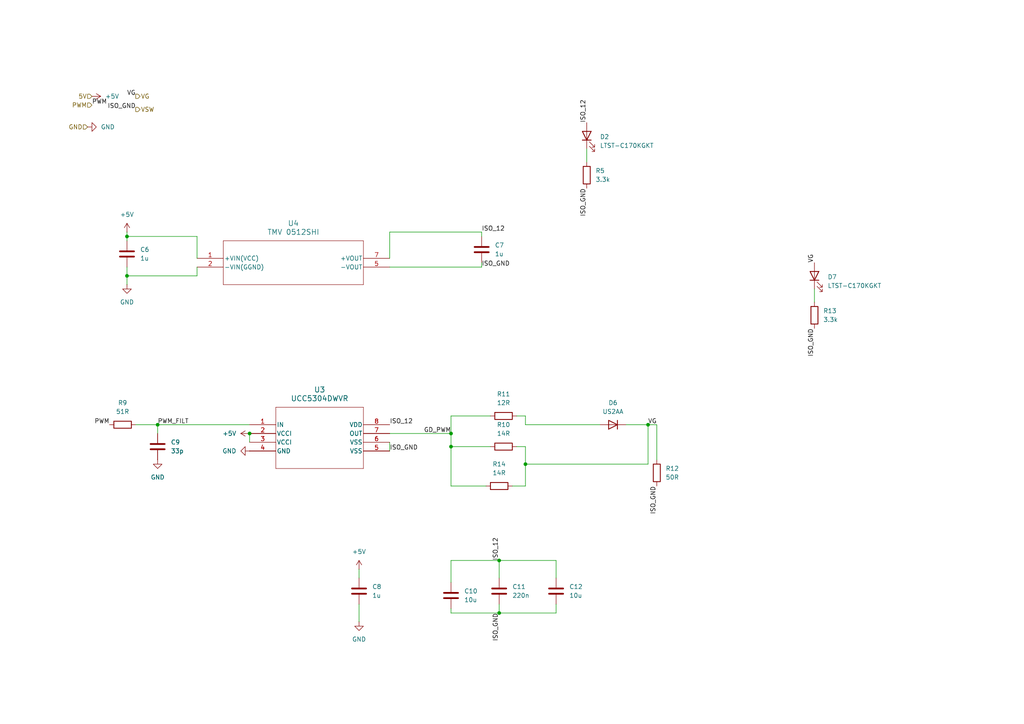
<source format=kicad_sch>
(kicad_sch
	(version 20231120)
	(generator "eeschema")
	(generator_version "8.0")
	(uuid "8d02d351-d81e-4a96-b769-764dd422f67d")
	(paper "A4")
	(lib_symbols
		(symbol "2025-02-18_19-35-50:UCC5304DWVR"
			(pin_names
				(offset 0.254)
			)
			(exclude_from_sim no)
			(in_bom yes)
			(on_board yes)
			(property "Reference" "U"
				(at 20.32 10.16 0)
				(effects
					(font
						(size 1.524 1.524)
					)
				)
			)
			(property "Value" "UCC5304DWVR"
				(at 20.32 7.62 0)
				(effects
					(font
						(size 1.524 1.524)
					)
				)
			)
			(property "Footprint" "SOIC8_DWV_TEX"
				(at 0 0 0)
				(effects
					(font
						(size 1.27 1.27)
						(italic yes)
					)
					(hide yes)
				)
			)
			(property "Datasheet" "UCC5304DWVR"
				(at 0 0 0)
				(effects
					(font
						(size 1.27 1.27)
						(italic yes)
					)
					(hide yes)
				)
			)
			(property "Description" ""
				(at 0 0 0)
				(effects
					(font
						(size 1.27 1.27)
					)
					(hide yes)
				)
			)
			(property "ki_locked" ""
				(at 0 0 0)
				(effects
					(font
						(size 1.27 1.27)
					)
				)
			)
			(property "ki_keywords" "UCC5304DWVR"
				(at 0 0 0)
				(effects
					(font
						(size 1.27 1.27)
					)
					(hide yes)
				)
			)
			(property "ki_fp_filters" "SOIC8_DWV_TEX SOIC8_DWV_TEX-M SOIC8_DWV_TEX-L"
				(at 0 0 0)
				(effects
					(font
						(size 1.27 1.27)
					)
					(hide yes)
				)
			)
			(symbol "UCC5304DWVR_0_1"
				(polyline
					(pts
						(xy 7.62 -12.7) (xy 33.02 -12.7)
					)
					(stroke
						(width 0.127)
						(type default)
					)
					(fill
						(type none)
					)
				)
				(polyline
					(pts
						(xy 7.62 5.08) (xy 7.62 -12.7)
					)
					(stroke
						(width 0.127)
						(type default)
					)
					(fill
						(type none)
					)
				)
				(polyline
					(pts
						(xy 33.02 -12.7) (xy 33.02 5.08)
					)
					(stroke
						(width 0.127)
						(type default)
					)
					(fill
						(type none)
					)
				)
				(polyline
					(pts
						(xy 33.02 5.08) (xy 7.62 5.08)
					)
					(stroke
						(width 0.127)
						(type default)
					)
					(fill
						(type none)
					)
				)
				(pin input line
					(at 0 0 0)
					(length 7.62)
					(name "IN"
						(effects
							(font
								(size 1.27 1.27)
							)
						)
					)
					(number "1"
						(effects
							(font
								(size 1.27 1.27)
							)
						)
					)
				)
				(pin power_in line
					(at 0 -2.54 0)
					(length 7.62)
					(name "VCCI"
						(effects
							(font
								(size 1.27 1.27)
							)
						)
					)
					(number "2"
						(effects
							(font
								(size 1.27 1.27)
							)
						)
					)
				)
				(pin power_in line
					(at 0 -5.08 0)
					(length 7.62)
					(name "VCCI"
						(effects
							(font
								(size 1.27 1.27)
							)
						)
					)
					(number "3"
						(effects
							(font
								(size 1.27 1.27)
							)
						)
					)
				)
				(pin power_out line
					(at 0 -7.62 0)
					(length 7.62)
					(name "GND"
						(effects
							(font
								(size 1.27 1.27)
							)
						)
					)
					(number "4"
						(effects
							(font
								(size 1.27 1.27)
							)
						)
					)
				)
				(pin power_out line
					(at 40.64 -7.62 180)
					(length 7.62)
					(name "VSS"
						(effects
							(font
								(size 1.27 1.27)
							)
						)
					)
					(number "5"
						(effects
							(font
								(size 1.27 1.27)
							)
						)
					)
				)
				(pin power_out line
					(at 40.64 -5.08 180)
					(length 7.62)
					(name "VSS"
						(effects
							(font
								(size 1.27 1.27)
							)
						)
					)
					(number "6"
						(effects
							(font
								(size 1.27 1.27)
							)
						)
					)
				)
				(pin output line
					(at 40.64 -2.54 180)
					(length 7.62)
					(name "OUT"
						(effects
							(font
								(size 1.27 1.27)
							)
						)
					)
					(number "7"
						(effects
							(font
								(size 1.27 1.27)
							)
						)
					)
				)
				(pin power_in line
					(at 40.64 0 180)
					(length 7.62)
					(name "VDD"
						(effects
							(font
								(size 1.27 1.27)
							)
						)
					)
					(number "8"
						(effects
							(font
								(size 1.27 1.27)
							)
						)
					)
				)
			)
		)
		(symbol "2025-02-18_19-45-57:TMV_0512SHI"
			(pin_names
				(offset 0.254)
			)
			(exclude_from_sim no)
			(in_bom yes)
			(on_board yes)
			(property "Reference" "U"
				(at 27.94 10.16 0)
				(effects
					(font
						(size 1.524 1.524)
					)
				)
			)
			(property "Value" "TMV 0512SHI"
				(at 27.94 7.62 0)
				(effects
					(font
						(size 1.524 1.524)
					)
				)
			)
			(property "Footprint" "TMV-HI_SINGLE_TRP"
				(at 0 0 0)
				(effects
					(font
						(size 1.27 1.27)
						(italic yes)
					)
					(hide yes)
				)
			)
			(property "Datasheet" "TMV 0512SHI"
				(at 0 0 0)
				(effects
					(font
						(size 1.27 1.27)
						(italic yes)
					)
					(hide yes)
				)
			)
			(property "Description" ""
				(at 0 0 0)
				(effects
					(font
						(size 1.27 1.27)
					)
					(hide yes)
				)
			)
			(property "ki_locked" ""
				(at 0 0 0)
				(effects
					(font
						(size 1.27 1.27)
					)
				)
			)
			(property "ki_keywords" "TMV 0512SHI"
				(at 0 0 0)
				(effects
					(font
						(size 1.27 1.27)
					)
					(hide yes)
				)
			)
			(property "ki_fp_filters" "TMV-HI_SINGLE_TRP"
				(at 0 0 0)
				(effects
					(font
						(size 1.27 1.27)
					)
					(hide yes)
				)
			)
			(symbol "TMV_0512SHI_0_1"
				(polyline
					(pts
						(xy 7.62 -7.62) (xy 48.26 -7.62)
					)
					(stroke
						(width 0.127)
						(type default)
					)
					(fill
						(type none)
					)
				)
				(polyline
					(pts
						(xy 7.62 5.08) (xy 7.62 -7.62)
					)
					(stroke
						(width 0.127)
						(type default)
					)
					(fill
						(type none)
					)
				)
				(polyline
					(pts
						(xy 48.26 -7.62) (xy 48.26 5.08)
					)
					(stroke
						(width 0.127)
						(type default)
					)
					(fill
						(type none)
					)
				)
				(polyline
					(pts
						(xy 48.26 5.08) (xy 7.62 5.08)
					)
					(stroke
						(width 0.127)
						(type default)
					)
					(fill
						(type none)
					)
				)
				(pin power_in line
					(at 0 0 0)
					(length 7.62)
					(name "+VIN(VCC)"
						(effects
							(font
								(size 1.27 1.27)
							)
						)
					)
					(number "1"
						(effects
							(font
								(size 1.27 1.27)
							)
						)
					)
				)
				(pin power_in line
					(at 0 -2.54 0)
					(length 7.62)
					(name "-VIN(GGND)"
						(effects
							(font
								(size 1.27 1.27)
							)
						)
					)
					(number "2"
						(effects
							(font
								(size 1.27 1.27)
							)
						)
					)
				)
				(pin output line
					(at 55.88 -2.54 180)
					(length 7.62)
					(name "-VOUT"
						(effects
							(font
								(size 1.27 1.27)
							)
						)
					)
					(number "5"
						(effects
							(font
								(size 1.27 1.27)
							)
						)
					)
				)
				(pin output line
					(at 55.88 0 180)
					(length 7.62)
					(name "+VOUT"
						(effects
							(font
								(size 1.27 1.27)
							)
						)
					)
					(number "7"
						(effects
							(font
								(size 1.27 1.27)
							)
						)
					)
				)
			)
		)
		(symbol "Device:C"
			(pin_numbers hide)
			(pin_names
				(offset 0.254)
			)
			(exclude_from_sim no)
			(in_bom yes)
			(on_board yes)
			(property "Reference" "C"
				(at 0.635 2.54 0)
				(effects
					(font
						(size 1.27 1.27)
					)
					(justify left)
				)
			)
			(property "Value" "C"
				(at 0.635 -2.54 0)
				(effects
					(font
						(size 1.27 1.27)
					)
					(justify left)
				)
			)
			(property "Footprint" ""
				(at 0.9652 -3.81 0)
				(effects
					(font
						(size 1.27 1.27)
					)
					(hide yes)
				)
			)
			(property "Datasheet" "~"
				(at 0 0 0)
				(effects
					(font
						(size 1.27 1.27)
					)
					(hide yes)
				)
			)
			(property "Description" "Unpolarized capacitor"
				(at 0 0 0)
				(effects
					(font
						(size 1.27 1.27)
					)
					(hide yes)
				)
			)
			(property "ki_keywords" "cap capacitor"
				(at 0 0 0)
				(effects
					(font
						(size 1.27 1.27)
					)
					(hide yes)
				)
			)
			(property "ki_fp_filters" "C_*"
				(at 0 0 0)
				(effects
					(font
						(size 1.27 1.27)
					)
					(hide yes)
				)
			)
			(symbol "C_0_1"
				(polyline
					(pts
						(xy -2.032 -0.762) (xy 2.032 -0.762)
					)
					(stroke
						(width 0.508)
						(type default)
					)
					(fill
						(type none)
					)
				)
				(polyline
					(pts
						(xy -2.032 0.762) (xy 2.032 0.762)
					)
					(stroke
						(width 0.508)
						(type default)
					)
					(fill
						(type none)
					)
				)
			)
			(symbol "C_1_1"
				(pin passive line
					(at 0 3.81 270)
					(length 2.794)
					(name "~"
						(effects
							(font
								(size 1.27 1.27)
							)
						)
					)
					(number "1"
						(effects
							(font
								(size 1.27 1.27)
							)
						)
					)
				)
				(pin passive line
					(at 0 -3.81 90)
					(length 2.794)
					(name "~"
						(effects
							(font
								(size 1.27 1.27)
							)
						)
					)
					(number "2"
						(effects
							(font
								(size 1.27 1.27)
							)
						)
					)
				)
			)
		)
		(symbol "Device:LED"
			(pin_numbers hide)
			(pin_names
				(offset 1.016) hide)
			(exclude_from_sim no)
			(in_bom yes)
			(on_board yes)
			(property "Reference" "D"
				(at 0 2.54 0)
				(effects
					(font
						(size 1.27 1.27)
					)
				)
			)
			(property "Value" "LED"
				(at 0 -2.54 0)
				(effects
					(font
						(size 1.27 1.27)
					)
				)
			)
			(property "Footprint" ""
				(at 0 0 0)
				(effects
					(font
						(size 1.27 1.27)
					)
					(hide yes)
				)
			)
			(property "Datasheet" "~"
				(at 0 0 0)
				(effects
					(font
						(size 1.27 1.27)
					)
					(hide yes)
				)
			)
			(property "Description" "Light emitting diode"
				(at 0 0 0)
				(effects
					(font
						(size 1.27 1.27)
					)
					(hide yes)
				)
			)
			(property "ki_keywords" "LED diode"
				(at 0 0 0)
				(effects
					(font
						(size 1.27 1.27)
					)
					(hide yes)
				)
			)
			(property "ki_fp_filters" "LED* LED_SMD:* LED_THT:*"
				(at 0 0 0)
				(effects
					(font
						(size 1.27 1.27)
					)
					(hide yes)
				)
			)
			(symbol "LED_0_1"
				(polyline
					(pts
						(xy -1.27 -1.27) (xy -1.27 1.27)
					)
					(stroke
						(width 0.254)
						(type default)
					)
					(fill
						(type none)
					)
				)
				(polyline
					(pts
						(xy -1.27 0) (xy 1.27 0)
					)
					(stroke
						(width 0)
						(type default)
					)
					(fill
						(type none)
					)
				)
				(polyline
					(pts
						(xy 1.27 -1.27) (xy 1.27 1.27) (xy -1.27 0) (xy 1.27 -1.27)
					)
					(stroke
						(width 0.254)
						(type default)
					)
					(fill
						(type none)
					)
				)
				(polyline
					(pts
						(xy -3.048 -0.762) (xy -4.572 -2.286) (xy -3.81 -2.286) (xy -4.572 -2.286) (xy -4.572 -1.524)
					)
					(stroke
						(width 0)
						(type default)
					)
					(fill
						(type none)
					)
				)
				(polyline
					(pts
						(xy -1.778 -0.762) (xy -3.302 -2.286) (xy -2.54 -2.286) (xy -3.302 -2.286) (xy -3.302 -1.524)
					)
					(stroke
						(width 0)
						(type default)
					)
					(fill
						(type none)
					)
				)
			)
			(symbol "LED_1_1"
				(pin passive line
					(at -3.81 0 0)
					(length 2.54)
					(name "K"
						(effects
							(font
								(size 1.27 1.27)
							)
						)
					)
					(number "1"
						(effects
							(font
								(size 1.27 1.27)
							)
						)
					)
				)
				(pin passive line
					(at 3.81 0 180)
					(length 2.54)
					(name "A"
						(effects
							(font
								(size 1.27 1.27)
							)
						)
					)
					(number "2"
						(effects
							(font
								(size 1.27 1.27)
							)
						)
					)
				)
			)
		)
		(symbol "Device:R"
			(pin_numbers hide)
			(pin_names
				(offset 0)
			)
			(exclude_from_sim no)
			(in_bom yes)
			(on_board yes)
			(property "Reference" "R"
				(at 2.032 0 90)
				(effects
					(font
						(size 1.27 1.27)
					)
				)
			)
			(property "Value" "R"
				(at 0 0 90)
				(effects
					(font
						(size 1.27 1.27)
					)
				)
			)
			(property "Footprint" ""
				(at -1.778 0 90)
				(effects
					(font
						(size 1.27 1.27)
					)
					(hide yes)
				)
			)
			(property "Datasheet" "~"
				(at 0 0 0)
				(effects
					(font
						(size 1.27 1.27)
					)
					(hide yes)
				)
			)
			(property "Description" "Resistor"
				(at 0 0 0)
				(effects
					(font
						(size 1.27 1.27)
					)
					(hide yes)
				)
			)
			(property "ki_keywords" "R res resistor"
				(at 0 0 0)
				(effects
					(font
						(size 1.27 1.27)
					)
					(hide yes)
				)
			)
			(property "ki_fp_filters" "R_*"
				(at 0 0 0)
				(effects
					(font
						(size 1.27 1.27)
					)
					(hide yes)
				)
			)
			(symbol "R_0_1"
				(rectangle
					(start -1.016 -2.54)
					(end 1.016 2.54)
					(stroke
						(width 0.254)
						(type default)
					)
					(fill
						(type none)
					)
				)
			)
			(symbol "R_1_1"
				(pin passive line
					(at 0 3.81 270)
					(length 1.27)
					(name "~"
						(effects
							(font
								(size 1.27 1.27)
							)
						)
					)
					(number "1"
						(effects
							(font
								(size 1.27 1.27)
							)
						)
					)
				)
				(pin passive line
					(at 0 -3.81 90)
					(length 1.27)
					(name "~"
						(effects
							(font
								(size 1.27 1.27)
							)
						)
					)
					(number "2"
						(effects
							(font
								(size 1.27 1.27)
							)
						)
					)
				)
			)
		)
		(symbol "Diode:US2AA"
			(pin_numbers hide)
			(pin_names hide)
			(exclude_from_sim no)
			(in_bom yes)
			(on_board yes)
			(property "Reference" "D"
				(at 0 2.54 0)
				(effects
					(font
						(size 1.27 1.27)
					)
				)
			)
			(property "Value" "US2AA"
				(at 0 -2.54 0)
				(effects
					(font
						(size 1.27 1.27)
					)
				)
			)
			(property "Footprint" "Diode_SMD:D_SMA"
				(at 0 -4.445 0)
				(effects
					(font
						(size 1.27 1.27)
					)
					(hide yes)
				)
			)
			(property "Datasheet" "https://www.onsemi.com/pub/Collateral/US2AA-D.PDF"
				(at 0 0 0)
				(effects
					(font
						(size 1.27 1.27)
					)
					(hide yes)
				)
			)
			(property "Description" "50V, 1.5A, General Purpose Rectifier Diode, SMA(DO-214AC)"
				(at 0 0 0)
				(effects
					(font
						(size 1.27 1.27)
					)
					(hide yes)
				)
			)
			(property "Sim.Device" "D"
				(at 0 0 0)
				(effects
					(font
						(size 1.27 1.27)
					)
					(hide yes)
				)
			)
			(property "Sim.Pins" "1=K 2=A"
				(at 0 0 0)
				(effects
					(font
						(size 1.27 1.27)
					)
					(hide yes)
				)
			)
			(property "ki_keywords" "Super Fast"
				(at 0 0 0)
				(effects
					(font
						(size 1.27 1.27)
					)
					(hide yes)
				)
			)
			(property "ki_fp_filters" "D*SMA*"
				(at 0 0 0)
				(effects
					(font
						(size 1.27 1.27)
					)
					(hide yes)
				)
			)
			(symbol "US2AA_0_1"
				(polyline
					(pts
						(xy -1.27 1.27) (xy -1.27 -1.27)
					)
					(stroke
						(width 0.254)
						(type default)
					)
					(fill
						(type none)
					)
				)
				(polyline
					(pts
						(xy 1.27 0) (xy -1.27 0)
					)
					(stroke
						(width 0)
						(type default)
					)
					(fill
						(type none)
					)
				)
				(polyline
					(pts
						(xy 1.27 1.27) (xy 1.27 -1.27) (xy -1.27 0) (xy 1.27 1.27)
					)
					(stroke
						(width 0.254)
						(type default)
					)
					(fill
						(type none)
					)
				)
			)
			(symbol "US2AA_1_1"
				(pin passive line
					(at -3.81 0 0)
					(length 2.54)
					(name "K"
						(effects
							(font
								(size 1.27 1.27)
							)
						)
					)
					(number "1"
						(effects
							(font
								(size 1.27 1.27)
							)
						)
					)
				)
				(pin passive line
					(at 3.81 0 180)
					(length 2.54)
					(name "A"
						(effects
							(font
								(size 1.27 1.27)
							)
						)
					)
					(number "2"
						(effects
							(font
								(size 1.27 1.27)
							)
						)
					)
				)
			)
		)
		(symbol "power:+5V"
			(power)
			(pin_numbers hide)
			(pin_names
				(offset 0) hide)
			(exclude_from_sim no)
			(in_bom yes)
			(on_board yes)
			(property "Reference" "#PWR"
				(at 0 -3.81 0)
				(effects
					(font
						(size 1.27 1.27)
					)
					(hide yes)
				)
			)
			(property "Value" "+5V"
				(at 0 3.556 0)
				(effects
					(font
						(size 1.27 1.27)
					)
				)
			)
			(property "Footprint" ""
				(at 0 0 0)
				(effects
					(font
						(size 1.27 1.27)
					)
					(hide yes)
				)
			)
			(property "Datasheet" ""
				(at 0 0 0)
				(effects
					(font
						(size 1.27 1.27)
					)
					(hide yes)
				)
			)
			(property "Description" "Power symbol creates a global label with name \"+5V\""
				(at 0 0 0)
				(effects
					(font
						(size 1.27 1.27)
					)
					(hide yes)
				)
			)
			(property "ki_keywords" "global power"
				(at 0 0 0)
				(effects
					(font
						(size 1.27 1.27)
					)
					(hide yes)
				)
			)
			(symbol "+5V_0_1"
				(polyline
					(pts
						(xy -0.762 1.27) (xy 0 2.54)
					)
					(stroke
						(width 0)
						(type default)
					)
					(fill
						(type none)
					)
				)
				(polyline
					(pts
						(xy 0 0) (xy 0 2.54)
					)
					(stroke
						(width 0)
						(type default)
					)
					(fill
						(type none)
					)
				)
				(polyline
					(pts
						(xy 0 2.54) (xy 0.762 1.27)
					)
					(stroke
						(width 0)
						(type default)
					)
					(fill
						(type none)
					)
				)
			)
			(symbol "+5V_1_1"
				(pin power_in line
					(at 0 0 90)
					(length 0)
					(name "~"
						(effects
							(font
								(size 1.27 1.27)
							)
						)
					)
					(number "1"
						(effects
							(font
								(size 1.27 1.27)
							)
						)
					)
				)
			)
		)
		(symbol "power:GND"
			(power)
			(pin_numbers hide)
			(pin_names
				(offset 0) hide)
			(exclude_from_sim no)
			(in_bom yes)
			(on_board yes)
			(property "Reference" "#PWR"
				(at 0 -6.35 0)
				(effects
					(font
						(size 1.27 1.27)
					)
					(hide yes)
				)
			)
			(property "Value" "GND"
				(at 0 -3.81 0)
				(effects
					(font
						(size 1.27 1.27)
					)
				)
			)
			(property "Footprint" ""
				(at 0 0 0)
				(effects
					(font
						(size 1.27 1.27)
					)
					(hide yes)
				)
			)
			(property "Datasheet" ""
				(at 0 0 0)
				(effects
					(font
						(size 1.27 1.27)
					)
					(hide yes)
				)
			)
			(property "Description" "Power symbol creates a global label with name \"GND\" , ground"
				(at 0 0 0)
				(effects
					(font
						(size 1.27 1.27)
					)
					(hide yes)
				)
			)
			(property "ki_keywords" "global power"
				(at 0 0 0)
				(effects
					(font
						(size 1.27 1.27)
					)
					(hide yes)
				)
			)
			(symbol "GND_0_1"
				(polyline
					(pts
						(xy 0 0) (xy 0 -1.27) (xy 1.27 -1.27) (xy 0 -2.54) (xy -1.27 -1.27) (xy 0 -1.27)
					)
					(stroke
						(width 0)
						(type default)
					)
					(fill
						(type none)
					)
				)
			)
			(symbol "GND_1_1"
				(pin power_in line
					(at 0 0 270)
					(length 0)
					(name "~"
						(effects
							(font
								(size 1.27 1.27)
							)
						)
					)
					(number "1"
						(effects
							(font
								(size 1.27 1.27)
							)
						)
					)
				)
			)
		)
	)
	(junction
		(at 187.96 123.19)
		(diameter 0)
		(color 0 0 0 0)
		(uuid "23df142b-a301-4013-a358-7ab7dcdcdc12")
	)
	(junction
		(at 144.78 177.8)
		(diameter 0)
		(color 0 0 0 0)
		(uuid "49ea2c4f-d445-4191-9b35-ad638a4a6862")
	)
	(junction
		(at 36.83 68.58)
		(diameter 0)
		(color 0 0 0 0)
		(uuid "53b93b30-be17-4a70-b537-fac5777e9609")
	)
	(junction
		(at 72.39 125.73)
		(diameter 0)
		(color 0 0 0 0)
		(uuid "56e16324-992f-4e8a-aad9-cfffdb7ab1ff")
	)
	(junction
		(at 130.81 125.73)
		(diameter 0)
		(color 0 0 0 0)
		(uuid "5b4c29dc-f1b1-482a-901d-7177376a3f43")
	)
	(junction
		(at 152.4 134.62)
		(diameter 0)
		(color 0 0 0 0)
		(uuid "639a5a3b-b21b-49a6-aac2-56ee889071ff")
	)
	(junction
		(at 45.72 123.19)
		(diameter 0)
		(color 0 0 0 0)
		(uuid "c68729f8-2811-497a-ba77-e29659d174b3")
	)
	(junction
		(at 36.83 80.01)
		(diameter 0)
		(color 0 0 0 0)
		(uuid "d7b43a59-56d3-441a-bfb4-8a5c93f562ec")
	)
	(junction
		(at 144.78 162.56)
		(diameter 0)
		(color 0 0 0 0)
		(uuid "f43f4efa-101a-4a80-a16b-64df42a8fa05")
	)
	(junction
		(at 130.81 129.54)
		(diameter 0)
		(color 0 0 0 0)
		(uuid "f8844e12-6451-4972-a977-c9ee842f446c")
	)
	(wire
		(pts
			(xy 36.83 68.58) (xy 57.15 68.58)
		)
		(stroke
			(width 0)
			(type default)
		)
		(uuid "129c9361-e1b3-4cec-87a5-e2ae8650402f")
	)
	(wire
		(pts
			(xy 57.15 80.01) (xy 36.83 80.01)
		)
		(stroke
			(width 0)
			(type default)
		)
		(uuid "14876893-2e11-43fd-b199-75ca296e3c36")
	)
	(wire
		(pts
			(xy 39.37 123.19) (xy 45.72 123.19)
		)
		(stroke
			(width 0)
			(type default)
		)
		(uuid "1caf3c13-d885-4a7d-b59d-b8e8d71be000")
	)
	(wire
		(pts
			(xy 149.86 120.65) (xy 152.4 120.65)
		)
		(stroke
			(width 0)
			(type default)
		)
		(uuid "2a2c76ee-6821-47c8-af58-6e0075b966f3")
	)
	(wire
		(pts
			(xy 161.29 175.26) (xy 161.29 177.8)
		)
		(stroke
			(width 0)
			(type default)
		)
		(uuid "2a802dca-3d9d-4d10-b7b8-02dec2fdcf0a")
	)
	(wire
		(pts
			(xy 57.15 77.47) (xy 57.15 80.01)
		)
		(stroke
			(width 0)
			(type default)
		)
		(uuid "2e0b1999-35c1-4df9-8ed4-a5097dfa7c3a")
	)
	(wire
		(pts
			(xy 152.4 129.54) (xy 149.86 129.54)
		)
		(stroke
			(width 0)
			(type default)
		)
		(uuid "3db93460-7d21-4f12-8ad6-617ac1ca75c1")
	)
	(wire
		(pts
			(xy 144.78 177.8) (xy 130.81 177.8)
		)
		(stroke
			(width 0)
			(type default)
		)
		(uuid "3fabc59f-78b0-453f-99bc-89e1b82b83cb")
	)
	(wire
		(pts
			(xy 139.7 67.31) (xy 139.7 68.58)
		)
		(stroke
			(width 0)
			(type default)
		)
		(uuid "42493638-2735-4bc2-ba77-b5f168864a85")
	)
	(wire
		(pts
			(xy 130.81 125.73) (xy 130.81 120.65)
		)
		(stroke
			(width 0)
			(type default)
		)
		(uuid "4fd9d658-0d49-4b0b-807b-d717b6993b13")
	)
	(wire
		(pts
			(xy 142.24 129.54) (xy 130.81 129.54)
		)
		(stroke
			(width 0)
			(type default)
		)
		(uuid "50740330-35d1-44ea-9c54-3f5bf572c69e")
	)
	(wire
		(pts
			(xy 72.39 125.73) (xy 72.39 128.27)
		)
		(stroke
			(width 0)
			(type default)
		)
		(uuid "52dba390-7854-45e0-a09e-90de981139bd")
	)
	(wire
		(pts
			(xy 130.81 162.56) (xy 130.81 168.91)
		)
		(stroke
			(width 0)
			(type default)
		)
		(uuid "5776d97b-2e15-4f38-a9f7-be5cd5760ce5")
	)
	(wire
		(pts
			(xy 140.97 140.97) (xy 130.81 140.97)
		)
		(stroke
			(width 0)
			(type default)
		)
		(uuid "696ca998-3961-4d61-90da-bdd31915a87d")
	)
	(wire
		(pts
			(xy 144.78 175.26) (xy 144.78 177.8)
		)
		(stroke
			(width 0)
			(type default)
		)
		(uuid "6ba08ded-5579-406a-8363-d007108d3bea")
	)
	(wire
		(pts
			(xy 36.83 77.47) (xy 36.83 80.01)
		)
		(stroke
			(width 0)
			(type default)
		)
		(uuid "71a273f8-3528-43b6-bad9-70340d714f55")
	)
	(wire
		(pts
			(xy 139.7 76.2) (xy 139.7 77.47)
		)
		(stroke
			(width 0)
			(type default)
		)
		(uuid "73341bdf-3594-409d-a7a5-5978f4e56e42")
	)
	(wire
		(pts
			(xy 113.03 67.31) (xy 113.03 74.93)
		)
		(stroke
			(width 0)
			(type default)
		)
		(uuid "8d455241-5251-4f23-8017-6d4f6446ae3e")
	)
	(wire
		(pts
			(xy 152.4 120.65) (xy 152.4 123.19)
		)
		(stroke
			(width 0)
			(type default)
		)
		(uuid "8e3fed22-1789-4bf3-aec3-43824e4135ec")
	)
	(wire
		(pts
			(xy 144.78 162.56) (xy 130.81 162.56)
		)
		(stroke
			(width 0)
			(type default)
		)
		(uuid "96b48069-fd55-4187-8140-b38de0f3bceb")
	)
	(wire
		(pts
			(xy 148.59 140.97) (xy 152.4 140.97)
		)
		(stroke
			(width 0)
			(type default)
		)
		(uuid "9d06404a-6f56-4fcd-8ef0-8b28d6f95152")
	)
	(wire
		(pts
			(xy 152.4 123.19) (xy 173.99 123.19)
		)
		(stroke
			(width 0)
			(type default)
		)
		(uuid "9e76f03d-bbb8-413d-99df-0c62ba0762d6")
	)
	(wire
		(pts
			(xy 104.14 165.1) (xy 104.14 167.64)
		)
		(stroke
			(width 0)
			(type default)
		)
		(uuid "9e832ff9-96ea-49ed-bb81-8310fc2f5dfe")
	)
	(wire
		(pts
			(xy 170.18 43.18) (xy 170.18 46.99)
		)
		(stroke
			(width 0)
			(type default)
		)
		(uuid "9f6243d3-686d-42fc-9d05-0455f0f62413")
	)
	(wire
		(pts
			(xy 113.03 128.27) (xy 113.03 130.81)
		)
		(stroke
			(width 0)
			(type default)
		)
		(uuid "9fa54af1-6118-4fb2-9761-97c0a569996c")
	)
	(wire
		(pts
			(xy 45.72 123.19) (xy 45.72 125.73)
		)
		(stroke
			(width 0)
			(type default)
		)
		(uuid "a36815eb-bbc2-4770-9efa-f11a07d10594")
	)
	(wire
		(pts
			(xy 152.4 134.62) (xy 152.4 129.54)
		)
		(stroke
			(width 0)
			(type default)
		)
		(uuid "a38271b7-c395-42ac-8ce9-7c10649220d1")
	)
	(wire
		(pts
			(xy 36.83 67.31) (xy 36.83 68.58)
		)
		(stroke
			(width 0)
			(type default)
		)
		(uuid "a3f10619-b8c8-4c68-b69c-3bc8d912f3b3")
	)
	(wire
		(pts
			(xy 161.29 177.8) (xy 144.78 177.8)
		)
		(stroke
			(width 0)
			(type default)
		)
		(uuid "a5157758-2674-410f-a280-af8637c23cb4")
	)
	(wire
		(pts
			(xy 130.81 129.54) (xy 130.81 140.97)
		)
		(stroke
			(width 0)
			(type default)
		)
		(uuid "b6f71dfa-4431-4618-ba8b-be63f9c7f57e")
	)
	(wire
		(pts
			(xy 113.03 125.73) (xy 130.81 125.73)
		)
		(stroke
			(width 0)
			(type default)
		)
		(uuid "ba4ca9f0-cacf-4325-a868-6ddab6e9e513")
	)
	(wire
		(pts
			(xy 113.03 67.31) (xy 139.7 67.31)
		)
		(stroke
			(width 0)
			(type default)
		)
		(uuid "c4018498-7893-4bcd-8916-53bb11d4d112")
	)
	(wire
		(pts
			(xy 130.81 177.8) (xy 130.81 176.53)
		)
		(stroke
			(width 0)
			(type default)
		)
		(uuid "c5e7b493-acf4-4857-8308-b8eff39e963b")
	)
	(wire
		(pts
			(xy 144.78 167.64) (xy 144.78 162.56)
		)
		(stroke
			(width 0)
			(type default)
		)
		(uuid "c750dae2-ea98-4a15-b1ef-063789544f75")
	)
	(wire
		(pts
			(xy 36.83 68.58) (xy 36.83 69.85)
		)
		(stroke
			(width 0)
			(type default)
		)
		(uuid "c7c20350-fa61-472d-9a20-21a2e2fa1a2d")
	)
	(wire
		(pts
			(xy 57.15 74.93) (xy 57.15 68.58)
		)
		(stroke
			(width 0)
			(type default)
		)
		(uuid "c986ba18-29db-4642-a21d-272fc6aab564")
	)
	(wire
		(pts
			(xy 187.96 123.19) (xy 190.5 123.19)
		)
		(stroke
			(width 0)
			(type default)
		)
		(uuid "ca8ea2c7-3df7-45a1-a860-401e4992a2e4")
	)
	(wire
		(pts
			(xy 104.14 175.26) (xy 104.14 180.34)
		)
		(stroke
			(width 0)
			(type default)
		)
		(uuid "cd7018a0-8d20-4fee-bd32-ed9f7daeb430")
	)
	(wire
		(pts
			(xy 144.78 162.56) (xy 161.29 162.56)
		)
		(stroke
			(width 0)
			(type default)
		)
		(uuid "d5982fa6-ee4e-44dd-b2c1-70cb755418b0")
	)
	(wire
		(pts
			(xy 181.61 123.19) (xy 187.96 123.19)
		)
		(stroke
			(width 0)
			(type default)
		)
		(uuid "d75768fc-0b7f-4ef7-831b-49a76a20af99")
	)
	(wire
		(pts
			(xy 130.81 120.65) (xy 142.24 120.65)
		)
		(stroke
			(width 0)
			(type default)
		)
		(uuid "e866cd12-4b97-4068-9844-ab5bd987b17e")
	)
	(wire
		(pts
			(xy 236.22 83.82) (xy 236.22 87.63)
		)
		(stroke
			(width 0)
			(type default)
		)
		(uuid "e9d012d6-b887-4d1b-8d9e-bdbf19abb733")
	)
	(wire
		(pts
			(xy 36.83 80.01) (xy 36.83 82.55)
		)
		(stroke
			(width 0)
			(type default)
		)
		(uuid "eb2752e9-5145-444f-a925-177ea38d9fef")
	)
	(wire
		(pts
			(xy 113.03 77.47) (xy 139.7 77.47)
		)
		(stroke
			(width 0)
			(type default)
		)
		(uuid "ec032e1f-0547-49bd-a565-4c8670bb118f")
	)
	(wire
		(pts
			(xy 152.4 140.97) (xy 152.4 134.62)
		)
		(stroke
			(width 0)
			(type default)
		)
		(uuid "ed5920ad-a925-4aa0-9987-fe69f9e98f87")
	)
	(wire
		(pts
			(xy 187.96 134.62) (xy 187.96 123.19)
		)
		(stroke
			(width 0)
			(type default)
		)
		(uuid "eeb46af9-bb5b-4e58-8db5-9a21dfb23f47")
	)
	(wire
		(pts
			(xy 130.81 125.73) (xy 130.81 129.54)
		)
		(stroke
			(width 0)
			(type default)
		)
		(uuid "f2f129ef-7cf7-4a3d-a442-c5f6498f40b9")
	)
	(wire
		(pts
			(xy 161.29 162.56) (xy 161.29 167.64)
		)
		(stroke
			(width 0)
			(type default)
		)
		(uuid "f446f97d-f484-4531-a08d-4cbdc1737c89")
	)
	(wire
		(pts
			(xy 45.72 123.19) (xy 72.39 123.19)
		)
		(stroke
			(width 0)
			(type default)
		)
		(uuid "f75e1375-c880-4ac2-a98b-a9cde9c2328e")
	)
	(wire
		(pts
			(xy 190.5 123.19) (xy 190.5 133.35)
		)
		(stroke
			(width 0)
			(type default)
		)
		(uuid "fa4d4332-7970-4853-9aa5-ea1aef0bed82")
	)
	(wire
		(pts
			(xy 152.4 134.62) (xy 187.96 134.62)
		)
		(stroke
			(width 0)
			(type default)
		)
		(uuid "fc3cd123-e269-49ac-a280-b6853cd1db75")
	)
	(label "PWM"
		(at 26.67 30.48 0)
		(effects
			(font
				(size 1.27 1.27)
			)
			(justify left bottom)
		)
		(uuid "025cfc1a-532c-4094-b8f9-0a6558d3ebbe")
	)
	(label "VG"
		(at 39.37 27.94 180)
		(effects
			(font
				(size 1.27 1.27)
			)
			(justify right bottom)
		)
		(uuid "10d9f65c-c1e8-4fbd-aca2-66b5ccafdfcc")
	)
	(label "ISO_GND"
		(at 144.78 177.8 270)
		(effects
			(font
				(size 1.27 1.27)
			)
			(justify right bottom)
		)
		(uuid "1aede682-c84e-4826-9b0a-9159567ae451")
	)
	(label "PWM"
		(at 31.75 123.19 180)
		(effects
			(font
				(size 1.27 1.27)
			)
			(justify right bottom)
		)
		(uuid "3d9477f6-f0d1-461e-aae3-4f378ba7966d")
	)
	(label "ISO_GND"
		(at 170.18 54.61 270)
		(effects
			(font
				(size 1.27 1.27)
			)
			(justify right bottom)
		)
		(uuid "622207f8-dcd6-4f5d-bbec-49d346a99f4f")
	)
	(label "VG"
		(at 190.5 123.19 180)
		(effects
			(font
				(size 1.27 1.27)
			)
			(justify right bottom)
		)
		(uuid "74332673-1b64-4ed0-b4f0-572419122d8c")
	)
	(label "ISO_GND"
		(at 113.03 130.81 0)
		(effects
			(font
				(size 1.27 1.27)
			)
			(justify left bottom)
		)
		(uuid "7790fd1f-904e-4186-bd86-483f8072f4c0")
	)
	(label "ISO_12"
		(at 170.18 35.56 90)
		(effects
			(font
				(size 1.27 1.27)
			)
			(justify left bottom)
		)
		(uuid "8e387c5e-f490-43d5-9566-cdd797bfeead")
	)
	(label "ISO_GND"
		(at 39.37 31.75 180)
		(effects
			(font
				(size 1.27 1.27)
			)
			(justify right bottom)
		)
		(uuid "8ee617f2-5e10-4728-bbc2-201b0b4750fc")
	)
	(label "PWM_FILT"
		(at 45.72 123.19 0)
		(effects
			(font
				(size 1.27 1.27)
			)
			(justify left bottom)
		)
		(uuid "9017eaae-275b-4df3-98b5-c19e1a2a0736")
	)
	(label "ISO_GND"
		(at 190.5 140.97 270)
		(effects
			(font
				(size 1.27 1.27)
			)
			(justify right bottom)
		)
		(uuid "a1e00313-82b9-494e-ae9c-447f89785522")
	)
	(label "VG"
		(at 236.22 76.2 90)
		(effects
			(font
				(size 1.27 1.27)
			)
			(justify left bottom)
		)
		(uuid "ad79c94d-b76e-44e8-94a1-b3062ea98208")
	)
	(label "ISO_12"
		(at 113.03 123.19 0)
		(effects
			(font
				(size 1.27 1.27)
			)
			(justify left bottom)
		)
		(uuid "b0b87ec7-9214-40be-84ed-0ff9207c2116")
	)
	(label "GD_PWM"
		(at 130.81 125.73 180)
		(effects
			(font
				(size 1.27 1.27)
			)
			(justify right bottom)
		)
		(uuid "bc21103b-2916-4634-b589-06d941be7073")
	)
	(label "ISO_GND"
		(at 236.22 95.25 270)
		(effects
			(font
				(size 1.27 1.27)
			)
			(justify right bottom)
		)
		(uuid "cfc7d2d6-4810-44ac-b6b3-d105ad37e906")
	)
	(label "ISO_GND"
		(at 139.7 77.47 0)
		(effects
			(font
				(size 1.27 1.27)
			)
			(justify left bottom)
		)
		(uuid "e24a2084-f023-40bf-bf72-76998b6e1f4c")
	)
	(label "ISO_12"
		(at 139.7 67.31 0)
		(effects
			(font
				(size 1.27 1.27)
			)
			(justify left bottom)
		)
		(uuid "e62c1c39-bbf2-4535-8502-baf9642e7cf8")
	)
	(label "ISO_12"
		(at 144.78 162.56 90)
		(effects
			(font
				(size 1.27 1.27)
			)
			(justify left bottom)
		)
		(uuid "fdc943ab-65b9-4f3a-9bf2-bb2d87e96a6b")
	)
	(hierarchical_label "5V"
		(shape input)
		(at 26.67 27.94 180)
		(effects
			(font
				(size 1.27 1.27)
			)
			(justify right)
		)
		(uuid "25114c79-e8bb-4e39-b2b5-89ce041879a8")
	)
	(hierarchical_label "VG"
		(shape output)
		(at 39.37 27.94 0)
		(effects
			(font
				(size 1.27 1.27)
			)
			(justify left)
		)
		(uuid "25f00f5a-0ef8-4db1-bc3b-d1aa2fa21d04")
	)
	(hierarchical_label "PWM"
		(shape input)
		(at 26.67 30.48 180)
		(effects
			(font
				(size 1.27 1.27)
			)
			(justify right)
		)
		(uuid "9099808e-bab9-41a8-b7d9-9737a0735d46")
	)
	(hierarchical_label "VSW"
		(shape output)
		(at 39.37 31.75 0)
		(effects
			(font
				(size 1.27 1.27)
			)
			(justify left)
		)
		(uuid "b21ac34b-226a-4767-8cbe-1e46ef4aeafe")
	)
	(hierarchical_label "GND"
		(shape input)
		(at 25.4 36.83 180)
		(effects
			(font
				(size 1.27 1.27)
			)
			(justify right)
		)
		(uuid "ea5e1430-a20f-45cd-a3a4-2ea820fb9026")
	)
	(symbol
		(lib_id "Device:R")
		(at 190.5 137.16 0)
		(unit 1)
		(exclude_from_sim no)
		(in_bom yes)
		(on_board yes)
		(dnp no)
		(fields_autoplaced yes)
		(uuid "043dab4b-f827-478a-9420-201d5bd20087")
		(property "Reference" "R12"
			(at 193.04 135.8899 0)
			(effects
				(font
					(size 1.27 1.27)
				)
				(justify left)
			)
		)
		(property "Value" "50R"
			(at 193.04 138.4299 0)
			(effects
				(font
					(size 1.27 1.27)
				)
				(justify left)
			)
		)
		(property "Footprint" "Resistor_SMD:R_1206_3216Metric_Pad1.30x1.75mm_HandSolder"
			(at 188.722 137.16 90)
			(effects
				(font
					(size 1.27 1.27)
				)
				(hide yes)
			)
		)
		(property "Datasheet" "~"
			(at 190.5 137.16 0)
			(effects
				(font
					(size 1.27 1.27)
				)
				(hide yes)
			)
		)
		(property "Description" "Resistor"
			(at 190.5 137.16 0)
			(effects
				(font
					(size 1.27 1.27)
				)
				(hide yes)
			)
		)
		(property "Part Number" "RCP1206W50R0JTP"
			(at 190.5 137.16 0)
			(effects
				(font
					(size 1.27 1.27)
				)
				(hide yes)
			)
		)
		(pin "2"
			(uuid "dfd0a829-c9d9-4404-b3a3-4dd3dd94fa81")
		)
		(pin "1"
			(uuid "c9ccc08e-f483-4b52-8101-86a0db1f2f01")
		)
		(instances
			(project ""
				(path "/7f27460f-edcd-4f17-aec5-23474ccb900d/8ef7c625-75c7-44b6-a787-19d5b838164a"
					(reference "R12")
					(unit 1)
				)
			)
		)
	)
	(symbol
		(lib_id "Device:R")
		(at 170.18 50.8 0)
		(unit 1)
		(exclude_from_sim no)
		(in_bom yes)
		(on_board yes)
		(dnp no)
		(fields_autoplaced yes)
		(uuid "1c333751-84e9-4343-ba76-37801f323e6b")
		(property "Reference" "R5"
			(at 172.72 49.5299 0)
			(effects
				(font
					(size 1.27 1.27)
				)
				(justify left)
			)
		)
		(property "Value" "3.3k"
			(at 172.72 52.0699 0)
			(effects
				(font
					(size 1.27 1.27)
				)
				(justify left)
			)
		)
		(property "Footprint" "Resistor_SMD:R_0805_2012Metric_Pad1.20x1.40mm_HandSolder"
			(at 168.402 50.8 90)
			(effects
				(font
					(size 1.27 1.27)
				)
				(hide yes)
			)
		)
		(property "Datasheet" "ERJ-P06F3301V"
			(at 170.18 50.8 0)
			(effects
				(font
					(size 1.27 1.27)
				)
				(hide yes)
			)
		)
		(property "Description" "Resistor"
			(at 170.18 50.8 0)
			(effects
				(font
					(size 1.27 1.27)
				)
				(hide yes)
			)
		)
		(property "Part Number" "ERJ-P06F3301V"
			(at 170.18 50.8 0)
			(effects
				(font
					(size 1.27 1.27)
				)
				(hide yes)
			)
		)
		(pin "1"
			(uuid "526c7311-09ef-4353-a8a1-063764180ccc")
		)
		(pin "2"
			(uuid "bba69631-a6e1-413c-bd42-847e3d6f9533")
		)
		(instances
			(project ""
				(path "/7f27460f-edcd-4f17-aec5-23474ccb900d/8ef7c625-75c7-44b6-a787-19d5b838164a"
					(reference "R5")
					(unit 1)
				)
			)
		)
	)
	(symbol
		(lib_id "Device:LED")
		(at 236.22 80.01 90)
		(unit 1)
		(exclude_from_sim no)
		(in_bom yes)
		(on_board yes)
		(dnp no)
		(fields_autoplaced yes)
		(uuid "1ecef518-55b1-4b71-8cff-ada37f156d9c")
		(property "Reference" "D7"
			(at 240.03 80.3274 90)
			(effects
				(font
					(size 1.27 1.27)
				)
				(justify right)
			)
		)
		(property "Value" "LTST-C170KGKT"
			(at 240.03 82.8674 90)
			(effects
				(font
					(size 1.27 1.27)
				)
				(justify right)
			)
		)
		(property "Footprint" "LED_SMD:LED_0805_2012Metric"
			(at 236.22 80.01 0)
			(effects
				(font
					(size 1.27 1.27)
				)
				(hide yes)
			)
		)
		(property "Datasheet" "~"
			(at 236.22 80.01 0)
			(effects
				(font
					(size 1.27 1.27)
				)
				(hide yes)
			)
		)
		(property "Description" "Light emitting diode"
			(at 236.22 80.01 0)
			(effects
				(font
					(size 1.27 1.27)
				)
				(hide yes)
			)
		)
		(property "Part Number" "LTST-C170KGKT"
			(at 236.22 80.01 0)
			(effects
				(font
					(size 1.27 1.27)
				)
				(hide yes)
			)
		)
		(pin "2"
			(uuid "d6268350-2860-46ac-88a8-cc359bcf88a0")
		)
		(pin "1"
			(uuid "cd89e2e9-c2d9-4b3b-8b17-2bd46c539e0f")
		)
		(instances
			(project "NEW1"
				(path "/7f27460f-edcd-4f17-aec5-23474ccb900d/8ef7c625-75c7-44b6-a787-19d5b838164a"
					(reference "D7")
					(unit 1)
				)
			)
		)
	)
	(symbol
		(lib_id "Device:C")
		(at 139.7 72.39 0)
		(unit 1)
		(exclude_from_sim no)
		(in_bom yes)
		(on_board yes)
		(dnp no)
		(fields_autoplaced yes)
		(uuid "2304e1a6-e208-47b1-9714-992c8cf0ec17")
		(property "Reference" "C7"
			(at 143.51 71.1199 0)
			(effects
				(font
					(size 1.27 1.27)
				)
				(justify left)
			)
		)
		(property "Value" "1u"
			(at 143.51 73.6599 0)
			(effects
				(font
					(size 1.27 1.27)
				)
				(justify left)
			)
		)
		(property "Footprint" "Capacitor_SMD:C_0805_2012Metric"
			(at 140.6652 76.2 0)
			(effects
				(font
					(size 1.27 1.27)
				)
				(hide yes)
			)
		)
		(property "Datasheet" "~"
			(at 139.7 72.39 0)
			(effects
				(font
					(size 1.27 1.27)
				)
				(hide yes)
			)
		)
		(property "Description" "Unpolarized capacitor"
			(at 139.7 72.39 0)
			(effects
				(font
					(size 1.27 1.27)
				)
				(hide yes)
			)
		)
		(property "Part Number" "C0805C105K3RACTU"
			(at 139.7 72.39 0)
			(effects
				(font
					(size 1.27 1.27)
				)
				(hide yes)
			)
		)
		(pin "2"
			(uuid "75700d91-33d6-4406-90bf-f68006718726")
		)
		(pin "1"
			(uuid "35f94b47-0554-4a51-9fd0-6fb8a38f6e64")
		)
		(instances
			(project "NEW1"
				(path "/7f27460f-edcd-4f17-aec5-23474ccb900d/8ef7c625-75c7-44b6-a787-19d5b838164a"
					(reference "C7")
					(unit 1)
				)
			)
		)
	)
	(symbol
		(lib_id "power:+5V")
		(at 104.14 165.1 0)
		(unit 1)
		(exclude_from_sim no)
		(in_bom yes)
		(on_board yes)
		(dnp no)
		(fields_autoplaced yes)
		(uuid "39334d1e-4a31-447f-b345-ac4f6d884ce5")
		(property "Reference" "#PWR050"
			(at 104.14 168.91 0)
			(effects
				(font
					(size 1.27 1.27)
				)
				(hide yes)
			)
		)
		(property "Value" "+5V"
			(at 104.14 160.02 0)
			(effects
				(font
					(size 1.27 1.27)
				)
			)
		)
		(property "Footprint" ""
			(at 104.14 165.1 0)
			(effects
				(font
					(size 1.27 1.27)
				)
				(hide yes)
			)
		)
		(property "Datasheet" ""
			(at 104.14 165.1 0)
			(effects
				(font
					(size 1.27 1.27)
				)
				(hide yes)
			)
		)
		(property "Description" "Power symbol creates a global label with name \"+5V\""
			(at 104.14 165.1 0)
			(effects
				(font
					(size 1.27 1.27)
				)
				(hide yes)
			)
		)
		(pin "1"
			(uuid "e3db7596-3c05-45ed-b485-a4eb8db8d92a")
		)
		(instances
			(project ""
				(path "/7f27460f-edcd-4f17-aec5-23474ccb900d/8ef7c625-75c7-44b6-a787-19d5b838164a"
					(reference "#PWR050")
					(unit 1)
				)
			)
		)
	)
	(symbol
		(lib_id "Device:C")
		(at 144.78 171.45 0)
		(unit 1)
		(exclude_from_sim no)
		(in_bom yes)
		(on_board yes)
		(dnp no)
		(fields_autoplaced yes)
		(uuid "3a9dce5b-990a-4d33-9db2-ff6bb3ade190")
		(property "Reference" "C11"
			(at 148.59 170.1799 0)
			(effects
				(font
					(size 1.27 1.27)
				)
				(justify left)
			)
		)
		(property "Value" "220n"
			(at 148.59 172.7199 0)
			(effects
				(font
					(size 1.27 1.27)
				)
				(justify left)
			)
		)
		(property "Footprint" "Capacitor_SMD:C_0805_2012Metric"
			(at 145.7452 175.26 0)
			(effects
				(font
					(size 1.27 1.27)
				)
				(hide yes)
			)
		)
		(property "Datasheet" "~"
			(at 144.78 171.45 0)
			(effects
				(font
					(size 1.27 1.27)
				)
				(hide yes)
			)
		)
		(property "Description" "Unpolarized capacitor"
			(at 144.78 171.45 0)
			(effects
				(font
					(size 1.27 1.27)
				)
				(hide yes)
			)
		)
		(property "Part Number" "C0805C224K5RACTU"
			(at 144.78 171.45 0)
			(effects
				(font
					(size 1.27 1.27)
				)
				(hide yes)
			)
		)
		(pin "2"
			(uuid "64ec94df-9158-4ce4-9f63-c53cb74786a8")
		)
		(pin "1"
			(uuid "447d5fc9-e2ab-4164-aefc-7b93ff340b00")
		)
		(instances
			(project "NEW1"
				(path "/7f27460f-edcd-4f17-aec5-23474ccb900d/8ef7c625-75c7-44b6-a787-19d5b838164a"
					(reference "C11")
					(unit 1)
				)
			)
		)
	)
	(symbol
		(lib_id "power:GND")
		(at 45.72 133.35 0)
		(unit 1)
		(exclude_from_sim no)
		(in_bom yes)
		(on_board yes)
		(dnp no)
		(fields_autoplaced yes)
		(uuid "6859fffd-206a-4bb0-8c3a-c3de5482379d")
		(property "Reference" "#PWR054"
			(at 45.72 139.7 0)
			(effects
				(font
					(size 1.27 1.27)
				)
				(hide yes)
			)
		)
		(property "Value" "GND"
			(at 45.72 138.43 0)
			(effects
				(font
					(size 1.27 1.27)
				)
			)
		)
		(property "Footprint" ""
			(at 45.72 133.35 0)
			(effects
				(font
					(size 1.27 1.27)
				)
				(hide yes)
			)
		)
		(property "Datasheet" ""
			(at 45.72 133.35 0)
			(effects
				(font
					(size 1.27 1.27)
				)
				(hide yes)
			)
		)
		(property "Description" "Power symbol creates a global label with name \"GND\" , ground"
			(at 45.72 133.35 0)
			(effects
				(font
					(size 1.27 1.27)
				)
				(hide yes)
			)
		)
		(pin "1"
			(uuid "77b23839-e93c-491e-85b9-fb5fab4bda7a")
		)
		(instances
			(project ""
				(path "/7f27460f-edcd-4f17-aec5-23474ccb900d/8ef7c625-75c7-44b6-a787-19d5b838164a"
					(reference "#PWR054")
					(unit 1)
				)
			)
		)
	)
	(symbol
		(lib_id "Device:C")
		(at 130.81 172.72 0)
		(unit 1)
		(exclude_from_sim no)
		(in_bom yes)
		(on_board yes)
		(dnp no)
		(fields_autoplaced yes)
		(uuid "738f842c-c618-4183-828b-40d28b3af0a9")
		(property "Reference" "C10"
			(at 134.62 171.4499 0)
			(effects
				(font
					(size 1.27 1.27)
				)
				(justify left)
			)
		)
		(property "Value" "10u"
			(at 134.62 173.9899 0)
			(effects
				(font
					(size 1.27 1.27)
				)
				(justify left)
			)
		)
		(property "Footprint" "Capacitor_SMD:C_0805_2012Metric"
			(at 131.7752 176.53 0)
			(effects
				(font
					(size 1.27 1.27)
				)
				(hide yes)
			)
		)
		(property "Datasheet" "~"
			(at 130.81 172.72 0)
			(effects
				(font
					(size 1.27 1.27)
				)
				(hide yes)
			)
		)
		(property "Description" "Unpolarized capacitor"
			(at 130.81 172.72 0)
			(effects
				(font
					(size 1.27 1.27)
				)
				(hide yes)
			)
		)
		(property "Part Number" "F951C106MPAAQ2"
			(at 130.81 172.72 0)
			(effects
				(font
					(size 1.27 1.27)
				)
				(hide yes)
			)
		)
		(pin "2"
			(uuid "0c23a1b1-5aa6-45c9-a487-b792af00a78d")
		)
		(pin "1"
			(uuid "6d0e66a2-c2b2-45fc-b766-20b1884bc902")
		)
		(instances
			(project "NEW1"
				(path "/7f27460f-edcd-4f17-aec5-23474ccb900d/8ef7c625-75c7-44b6-a787-19d5b838164a"
					(reference "C10")
					(unit 1)
				)
			)
		)
	)
	(symbol
		(lib_id "Device:R")
		(at 35.56 123.19 90)
		(unit 1)
		(exclude_from_sim no)
		(in_bom yes)
		(on_board yes)
		(dnp no)
		(fields_autoplaced yes)
		(uuid "7cbf4dde-a50e-4859-82ae-af0092777493")
		(property "Reference" "R9"
			(at 35.56 116.84 90)
			(effects
				(font
					(size 1.27 1.27)
				)
			)
		)
		(property "Value" "51R"
			(at 35.56 119.38 90)
			(effects
				(font
					(size 1.27 1.27)
				)
			)
		)
		(property "Footprint" "Resistor_SMD:R_0805_2012Metric_Pad1.20x1.40mm_HandSolder"
			(at 35.56 124.968 90)
			(effects
				(font
					(size 1.27 1.27)
				)
				(hide yes)
			)
		)
		(property "Datasheet" "RC0805FR-0751RL"
			(at 35.56 123.19 0)
			(effects
				(font
					(size 1.27 1.27)
				)
				(hide yes)
			)
		)
		(property "Description" "Resistor"
			(at 35.56 123.19 0)
			(effects
				(font
					(size 1.27 1.27)
				)
				(hide yes)
			)
		)
		(property "Part Number" "RC0805FR-0751RL"
			(at 35.56 123.19 90)
			(effects
				(font
					(size 1.27 1.27)
				)
				(hide yes)
			)
		)
		(pin "1"
			(uuid "86f87800-0200-4053-b434-542eec566922")
		)
		(pin "2"
			(uuid "7c8fd211-9daa-4e38-a7d9-0d24641e4e1c")
		)
		(instances
			(project ""
				(path "/7f27460f-edcd-4f17-aec5-23474ccb900d/8ef7c625-75c7-44b6-a787-19d5b838164a"
					(reference "R9")
					(unit 1)
				)
			)
		)
	)
	(symbol
		(lib_id "power:+5V")
		(at 26.67 27.94 270)
		(unit 1)
		(exclude_from_sim no)
		(in_bom yes)
		(on_board yes)
		(dnp no)
		(fields_autoplaced yes)
		(uuid "7e5b9b26-2cfc-4fad-9cd4-dea02e9b4a71")
		(property "Reference" "#PWR040"
			(at 22.86 27.94 0)
			(effects
				(font
					(size 1.27 1.27)
				)
				(hide yes)
			)
		)
		(property "Value" "+5V"
			(at 30.48 27.9399 90)
			(effects
				(font
					(size 1.27 1.27)
				)
				(justify left)
			)
		)
		(property "Footprint" ""
			(at 26.67 27.94 0)
			(effects
				(font
					(size 1.27 1.27)
				)
				(hide yes)
			)
		)
		(property "Datasheet" ""
			(at 26.67 27.94 0)
			(effects
				(font
					(size 1.27 1.27)
				)
				(hide yes)
			)
		)
		(property "Description" "Power symbol creates a global label with name \"+5V\""
			(at 26.67 27.94 0)
			(effects
				(font
					(size 1.27 1.27)
				)
				(hide yes)
			)
		)
		(pin "1"
			(uuid "8100c7cd-a365-4ea4-a9e6-70aed86a9740")
		)
		(instances
			(project ""
				(path "/7f27460f-edcd-4f17-aec5-23474ccb900d/8ef7c625-75c7-44b6-a787-19d5b838164a"
					(reference "#PWR040")
					(unit 1)
				)
			)
		)
	)
	(symbol
		(lib_id "power:GND")
		(at 36.83 82.55 0)
		(unit 1)
		(exclude_from_sim no)
		(in_bom yes)
		(on_board yes)
		(dnp no)
		(fields_autoplaced yes)
		(uuid "8ba2e031-9cd0-4aa6-b963-df84df19afd1")
		(property "Reference" "#PWR042"
			(at 36.83 88.9 0)
			(effects
				(font
					(size 1.27 1.27)
				)
				(hide yes)
			)
		)
		(property "Value" "GND"
			(at 36.83 87.63 0)
			(effects
				(font
					(size 1.27 1.27)
				)
			)
		)
		(property "Footprint" ""
			(at 36.83 82.55 0)
			(effects
				(font
					(size 1.27 1.27)
				)
				(hide yes)
			)
		)
		(property "Datasheet" ""
			(at 36.83 82.55 0)
			(effects
				(font
					(size 1.27 1.27)
				)
				(hide yes)
			)
		)
		(property "Description" "Power symbol creates a global label with name \"GND\" , ground"
			(at 36.83 82.55 0)
			(effects
				(font
					(size 1.27 1.27)
				)
				(hide yes)
			)
		)
		(pin "1"
			(uuid "5176f911-3c97-486a-8247-e9e1938772d6")
		)
		(instances
			(project "NEW1"
				(path "/7f27460f-edcd-4f17-aec5-23474ccb900d/8ef7c625-75c7-44b6-a787-19d5b838164a"
					(reference "#PWR042")
					(unit 1)
				)
			)
		)
	)
	(symbol
		(lib_id "2025-02-18_19-35-50:UCC5304DWVR")
		(at 72.39 123.19 0)
		(unit 1)
		(exclude_from_sim no)
		(in_bom yes)
		(on_board yes)
		(dnp no)
		(fields_autoplaced yes)
		(uuid "90c773d1-5b47-425d-a123-f03f0458076a")
		(property "Reference" "U3"
			(at 92.71 113.03 0)
			(effects
				(font
					(size 1.524 1.524)
				)
			)
		)
		(property "Value" "UCC5304DWVR"
			(at 92.71 115.57 0)
			(effects
				(font
					(size 1.524 1.524)
				)
			)
		)
		(property "Footprint" "footprints:SOIC8_DWV_TEX"
			(at 72.39 123.19 0)
			(effects
				(font
					(size 1.27 1.27)
					(italic yes)
				)
				(hide yes)
			)
		)
		(property "Datasheet" "UCC5304DWVR"
			(at 72.39 123.19 0)
			(effects
				(font
					(size 1.27 1.27)
					(italic yes)
				)
				(hide yes)
			)
		)
		(property "Description" ""
			(at 72.39 123.19 0)
			(effects
				(font
					(size 1.27 1.27)
				)
				(hide yes)
			)
		)
		(property "Part Number" "UCC5304DWVR"
			(at 72.39 123.19 0)
			(effects
				(font
					(size 1.27 1.27)
				)
				(hide yes)
			)
		)
		(pin "7"
			(uuid "3ca2aa07-12e3-49a4-bad7-21caca265854")
		)
		(pin "2"
			(uuid "215f7a90-6e19-4af2-914a-b212f48adc16")
		)
		(pin "6"
			(uuid "60646264-d0a3-4e2f-a4fa-2f221f341602")
		)
		(pin "5"
			(uuid "f265309c-46c8-4420-aff1-46f3e7532aa4")
		)
		(pin "3"
			(uuid "6bec10d5-72f3-49e3-841f-110a1be2cf0f")
		)
		(pin "8"
			(uuid "500bfd55-9eb9-4986-bedf-394253172995")
		)
		(pin "4"
			(uuid "e09239d3-ce6f-492c-8403-24768215734b")
		)
		(pin "1"
			(uuid "9ef8840a-c8d9-47bd-b099-82128f354b46")
		)
		(instances
			(project ""
				(path "/7f27460f-edcd-4f17-aec5-23474ccb900d/8ef7c625-75c7-44b6-a787-19d5b838164a"
					(reference "U3")
					(unit 1)
				)
			)
		)
	)
	(symbol
		(lib_id "Device:C")
		(at 45.72 129.54 0)
		(unit 1)
		(exclude_from_sim no)
		(in_bom yes)
		(on_board yes)
		(dnp no)
		(fields_autoplaced yes)
		(uuid "97ca263f-d5f5-4ff5-9549-4aacdd351f07")
		(property "Reference" "C9"
			(at 49.53 128.2699 0)
			(effects
				(font
					(size 1.27 1.27)
				)
				(justify left)
			)
		)
		(property "Value" "33p"
			(at 49.53 130.8099 0)
			(effects
				(font
					(size 1.27 1.27)
				)
				(justify left)
			)
		)
		(property "Footprint" "Capacitor_SMD:C_0805_2012Metric_Pad1.18x1.45mm_HandSolder"
			(at 46.6852 133.35 0)
			(effects
				(font
					(size 1.27 1.27)
				)
				(hide yes)
			)
		)
		(property "Datasheet" "~"
			(at 45.72 129.54 0)
			(effects
				(font
					(size 1.27 1.27)
				)
				(hide yes)
			)
		)
		(property "Description" "Unpolarized capacitor"
			(at 45.72 129.54 0)
			(effects
				(font
					(size 1.27 1.27)
				)
				(hide yes)
			)
		)
		(property "Part Number" "600F330FT250XT4K"
			(at 45.72 129.54 0)
			(effects
				(font
					(size 1.27 1.27)
				)
				(hide yes)
			)
		)
		(pin "2"
			(uuid "3126b47d-6039-47e7-9f9c-ea9164a8fd19")
		)
		(pin "1"
			(uuid "260429de-29f0-4d4c-aaa9-300ea5a4d671")
		)
		(instances
			(project ""
				(path "/7f27460f-edcd-4f17-aec5-23474ccb900d/8ef7c625-75c7-44b6-a787-19d5b838164a"
					(reference "C9")
					(unit 1)
				)
			)
		)
	)
	(symbol
		(lib_id "2025-02-18_19-45-57:TMV_0512SHI")
		(at 57.15 74.93 0)
		(unit 1)
		(exclude_from_sim no)
		(in_bom yes)
		(on_board yes)
		(dnp no)
		(fields_autoplaced yes)
		(uuid "997e38d8-a638-4efb-96fa-2adb70044840")
		(property "Reference" "U4"
			(at 85.09 64.77 0)
			(effects
				(font
					(size 1.524 1.524)
				)
			)
		)
		(property "Value" "TMV 0512SHI"
			(at 85.09 67.31 0)
			(effects
				(font
					(size 1.524 1.524)
				)
			)
		)
		(property "Footprint" "footprints:TMV-HI_SINGLE_TRP"
			(at 57.15 74.93 0)
			(effects
				(font
					(size 1.27 1.27)
					(italic yes)
				)
				(hide yes)
			)
		)
		(property "Datasheet" "TMV 0512SHI"
			(at 57.15 74.93 0)
			(effects
				(font
					(size 1.27 1.27)
					(italic yes)
				)
				(hide yes)
			)
		)
		(property "Description" ""
			(at 57.15 74.93 0)
			(effects
				(font
					(size 1.27 1.27)
				)
				(hide yes)
			)
		)
		(property "Part Number" "TMV 0512SHI"
			(at 57.15 74.93 0)
			(effects
				(font
					(size 1.27 1.27)
				)
				(hide yes)
			)
		)
		(pin "5"
			(uuid "a13dc9f9-5b6f-4f64-89cf-12727edff929")
		)
		(pin "2"
			(uuid "d3251a5d-afb8-46dd-894b-cf5edc0f4ff2")
		)
		(pin "1"
			(uuid "81783bdc-f1c8-45b4-9058-c51e99adf24b")
		)
		(pin "7"
			(uuid "871633a1-aa63-440a-934f-8057e2b90eb8")
		)
		(instances
			(project ""
				(path "/7f27460f-edcd-4f17-aec5-23474ccb900d/8ef7c625-75c7-44b6-a787-19d5b838164a"
					(reference "U4")
					(unit 1)
				)
			)
		)
	)
	(symbol
		(lib_id "Device:C")
		(at 36.83 73.66 0)
		(unit 1)
		(exclude_from_sim no)
		(in_bom yes)
		(on_board yes)
		(dnp no)
		(fields_autoplaced yes)
		(uuid "9b351410-a85d-45d3-ac91-19fed00f4310")
		(property "Reference" "C6"
			(at 40.64 72.3899 0)
			(effects
				(font
					(size 1.27 1.27)
				)
				(justify left)
			)
		)
		(property "Value" "1u"
			(at 40.64 74.9299 0)
			(effects
				(font
					(size 1.27 1.27)
				)
				(justify left)
			)
		)
		(property "Footprint" "Capacitor_SMD:C_0805_2012Metric"
			(at 37.7952 77.47 0)
			(effects
				(font
					(size 1.27 1.27)
				)
				(hide yes)
			)
		)
		(property "Datasheet" "~"
			(at 36.83 73.66 0)
			(effects
				(font
					(size 1.27 1.27)
				)
				(hide yes)
			)
		)
		(property "Description" "Unpolarized capacitor"
			(at 36.83 73.66 0)
			(effects
				(font
					(size 1.27 1.27)
				)
				(hide yes)
			)
		)
		(property "Part Number" "C0805C105K3RACTU"
			(at 36.83 73.66 0)
			(effects
				(font
					(size 1.27 1.27)
				)
				(hide yes)
			)
		)
		(pin "2"
			(uuid "5bf40807-ba3b-475f-b320-c58a106a2c77")
		)
		(pin "1"
			(uuid "df8572bb-d82b-4716-81ab-43ce50549a00")
		)
		(instances
			(project "NEW1"
				(path "/7f27460f-edcd-4f17-aec5-23474ccb900d/8ef7c625-75c7-44b6-a787-19d5b838164a"
					(reference "C6")
					(unit 1)
				)
			)
		)
	)
	(symbol
		(lib_id "power:+5V")
		(at 72.39 125.73 90)
		(unit 1)
		(exclude_from_sim no)
		(in_bom yes)
		(on_board yes)
		(dnp no)
		(fields_autoplaced yes)
		(uuid "9df1208b-2b35-4819-ab11-6d8a47122cb8")
		(property "Reference" "#PWR052"
			(at 76.2 125.73 0)
			(effects
				(font
					(size 1.27 1.27)
				)
				(hide yes)
			)
		)
		(property "Value" "+5V"
			(at 68.58 125.7299 90)
			(effects
				(font
					(size 1.27 1.27)
				)
				(justify left)
			)
		)
		(property "Footprint" ""
			(at 72.39 125.73 0)
			(effects
				(font
					(size 1.27 1.27)
				)
				(hide yes)
			)
		)
		(property "Datasheet" ""
			(at 72.39 125.73 0)
			(effects
				(font
					(size 1.27 1.27)
				)
				(hide yes)
			)
		)
		(property "Description" "Power symbol creates a global label with name \"+5V\""
			(at 72.39 125.73 0)
			(effects
				(font
					(size 1.27 1.27)
				)
				(hide yes)
			)
		)
		(pin "1"
			(uuid "3f9ae744-2c96-4a7f-a968-642fae182cc1")
		)
		(instances
			(project ""
				(path "/7f27460f-edcd-4f17-aec5-23474ccb900d/8ef7c625-75c7-44b6-a787-19d5b838164a"
					(reference "#PWR052")
					(unit 1)
				)
			)
		)
	)
	(symbol
		(lib_id "Device:R")
		(at 144.78 140.97 90)
		(unit 1)
		(exclude_from_sim no)
		(in_bom yes)
		(on_board yes)
		(dnp no)
		(fields_autoplaced yes)
		(uuid "a90a5b8f-14f0-4d5d-9ff7-577d8c2936e3")
		(property "Reference" "R14"
			(at 144.78 134.62 90)
			(effects
				(font
					(size 1.27 1.27)
				)
			)
		)
		(property "Value" "14R"
			(at 144.78 137.16 90)
			(effects
				(font
					(size 1.27 1.27)
				)
			)
		)
		(property "Footprint" "Resistor_SMD:R_0805_2012Metric_Pad1.20x1.40mm_HandSolder"
			(at 144.78 142.748 90)
			(effects
				(font
					(size 1.27 1.27)
				)
				(hide yes)
			)
		)
		(property "Datasheet" "~"
			(at 144.78 140.97 0)
			(effects
				(font
					(size 1.27 1.27)
				)
				(hide yes)
			)
		)
		(property "Description" "Resistor"
			(at 144.78 140.97 0)
			(effects
				(font
					(size 1.27 1.27)
				)
				(hide yes)
			)
		)
		(property "Part Number" "RC0805FR-0714RL"
			(at 144.78 140.97 90)
			(effects
				(font
					(size 1.27 1.27)
				)
				(hide yes)
			)
		)
		(pin "1"
			(uuid "36ac585e-921a-46eb-a6d2-2687d640abd8")
		)
		(pin "2"
			(uuid "78359133-f4fe-4ad3-a79c-f940b2a371e5")
		)
		(instances
			(project ""
				(path "/7f27460f-edcd-4f17-aec5-23474ccb900d/8ef7c625-75c7-44b6-a787-19d5b838164a"
					(reference "R14")
					(unit 1)
				)
			)
		)
	)
	(symbol
		(lib_id "Device:C")
		(at 104.14 171.45 0)
		(unit 1)
		(exclude_from_sim no)
		(in_bom yes)
		(on_board yes)
		(dnp no)
		(fields_autoplaced yes)
		(uuid "ad7b3877-0100-4b59-b538-9d99d8581f94")
		(property "Reference" "C8"
			(at 107.95 170.1799 0)
			(effects
				(font
					(size 1.27 1.27)
				)
				(justify left)
			)
		)
		(property "Value" "1u"
			(at 107.95 172.7199 0)
			(effects
				(font
					(size 1.27 1.27)
				)
				(justify left)
			)
		)
		(property "Footprint" "Capacitor_SMD:C_0805_2012Metric_Pad1.18x1.45mm_HandSolder"
			(at 105.1052 175.26 0)
			(effects
				(font
					(size 1.27 1.27)
				)
				(hide yes)
			)
		)
		(property "Datasheet" "~"
			(at 104.14 171.45 0)
			(effects
				(font
					(size 1.27 1.27)
				)
				(hide yes)
			)
		)
		(property "Description" "Unpolarized capacitor"
			(at 104.14 171.45 0)
			(effects
				(font
					(size 1.27 1.27)
				)
				(hide yes)
			)
		)
		(property "Part Number" "C0805C105K3RACTU"
			(at 104.14 171.45 0)
			(effects
				(font
					(size 1.27 1.27)
				)
				(hide yes)
			)
		)
		(pin "2"
			(uuid "1621cb64-5769-4960-bd56-6087c41587d3")
		)
		(pin "1"
			(uuid "30c6b26f-5a9c-4433-b3d8-b72513bc134d")
		)
		(instances
			(project "NEW1"
				(path "/7f27460f-edcd-4f17-aec5-23474ccb900d/8ef7c625-75c7-44b6-a787-19d5b838164a"
					(reference "C8")
					(unit 1)
				)
			)
		)
	)
	(symbol
		(lib_id "Device:R")
		(at 146.05 120.65 90)
		(unit 1)
		(exclude_from_sim no)
		(in_bom yes)
		(on_board yes)
		(dnp no)
		(fields_autoplaced yes)
		(uuid "adbbe5f1-4586-4b15-8b89-57dd9a429ddb")
		(property "Reference" "R11"
			(at 146.05 114.3 90)
			(effects
				(font
					(size 1.27 1.27)
				)
			)
		)
		(property "Value" "12R"
			(at 146.05 116.84 90)
			(effects
				(font
					(size 1.27 1.27)
				)
			)
		)
		(property "Footprint" "Resistor_SMD:R_0805_2012Metric_Pad1.20x1.40mm_HandSolder"
			(at 146.05 122.428 90)
			(effects
				(font
					(size 1.27 1.27)
				)
				(hide yes)
			)
		)
		(property "Datasheet" "~"
			(at 146.05 120.65 0)
			(effects
				(font
					(size 1.27 1.27)
				)
				(hide yes)
			)
		)
		(property "Description" "Resistor"
			(at 146.05 120.65 0)
			(effects
				(font
					(size 1.27 1.27)
				)
				(hide yes)
			)
		)
		(property "Part Number" "RC0805FR-0712RL"
			(at 146.05 120.65 90)
			(effects
				(font
					(size 1.27 1.27)
				)
				(hide yes)
			)
		)
		(pin "1"
			(uuid "3d92577b-5ffd-4119-a62e-0cd1e28ef582")
		)
		(pin "2"
			(uuid "09bb6d24-79c0-4a89-b498-ce2a8bb2c571")
		)
		(instances
			(project ""
				(path "/7f27460f-edcd-4f17-aec5-23474ccb900d/8ef7c625-75c7-44b6-a787-19d5b838164a"
					(reference "R11")
					(unit 1)
				)
			)
		)
	)
	(symbol
		(lib_id "power:GND")
		(at 104.14 180.34 0)
		(unit 1)
		(exclude_from_sim no)
		(in_bom yes)
		(on_board yes)
		(dnp no)
		(fields_autoplaced yes)
		(uuid "b4d9a464-4710-466b-8701-73ab4060382c")
		(property "Reference" "#PWR051"
			(at 104.14 186.69 0)
			(effects
				(font
					(size 1.27 1.27)
				)
				(hide yes)
			)
		)
		(property "Value" "GND"
			(at 104.14 185.42 0)
			(effects
				(font
					(size 1.27 1.27)
				)
			)
		)
		(property "Footprint" ""
			(at 104.14 180.34 0)
			(effects
				(font
					(size 1.27 1.27)
				)
				(hide yes)
			)
		)
		(property "Datasheet" ""
			(at 104.14 180.34 0)
			(effects
				(font
					(size 1.27 1.27)
				)
				(hide yes)
			)
		)
		(property "Description" "Power symbol creates a global label with name \"GND\" , ground"
			(at 104.14 180.34 0)
			(effects
				(font
					(size 1.27 1.27)
				)
				(hide yes)
			)
		)
		(pin "1"
			(uuid "7e2c6113-6e9d-40c9-8e31-17024293b10c")
		)
		(instances
			(project "NEW1"
				(path "/7f27460f-edcd-4f17-aec5-23474ccb900d/8ef7c625-75c7-44b6-a787-19d5b838164a"
					(reference "#PWR051")
					(unit 1)
				)
			)
		)
	)
	(symbol
		(lib_id "power:GND")
		(at 72.39 130.81 270)
		(unit 1)
		(exclude_from_sim no)
		(in_bom yes)
		(on_board yes)
		(dnp no)
		(fields_autoplaced yes)
		(uuid "bd944274-2796-4aa3-81de-b71914d5eeb6")
		(property "Reference" "#PWR053"
			(at 66.04 130.81 0)
			(effects
				(font
					(size 1.27 1.27)
				)
				(hide yes)
			)
		)
		(property "Value" "GND"
			(at 68.58 130.8099 90)
			(effects
				(font
					(size 1.27 1.27)
				)
				(justify right)
			)
		)
		(property "Footprint" ""
			(at 72.39 130.81 0)
			(effects
				(font
					(size 1.27 1.27)
				)
				(hide yes)
			)
		)
		(property "Datasheet" ""
			(at 72.39 130.81 0)
			(effects
				(font
					(size 1.27 1.27)
				)
				(hide yes)
			)
		)
		(property "Description" "Power symbol creates a global label with name \"GND\" , ground"
			(at 72.39 130.81 0)
			(effects
				(font
					(size 1.27 1.27)
				)
				(hide yes)
			)
		)
		(pin "1"
			(uuid "ddd63546-c328-49ad-957e-4f86aebcc3ca")
		)
		(instances
			(project ""
				(path "/7f27460f-edcd-4f17-aec5-23474ccb900d/8ef7c625-75c7-44b6-a787-19d5b838164a"
					(reference "#PWR053")
					(unit 1)
				)
			)
		)
	)
	(symbol
		(lib_id "Diode:US2AA")
		(at 177.8 123.19 180)
		(unit 1)
		(exclude_from_sim no)
		(in_bom yes)
		(on_board yes)
		(dnp no)
		(fields_autoplaced yes)
		(uuid "d51ae613-d822-4102-b719-a4b846effa64")
		(property "Reference" "D6"
			(at 177.8 116.84 0)
			(effects
				(font
					(size 1.27 1.27)
				)
			)
		)
		(property "Value" "US2AA"
			(at 177.8 119.38 0)
			(effects
				(font
					(size 1.27 1.27)
				)
			)
		)
		(property "Footprint" "Diode_SMD:D_SMA"
			(at 177.8 118.745 0)
			(effects
				(font
					(size 1.27 1.27)
				)
				(hide yes)
			)
		)
		(property "Datasheet" "https://www.onsemi.com/pub/Collateral/US2AA-D.PDF"
			(at 177.8 123.19 0)
			(effects
				(font
					(size 1.27 1.27)
				)
				(hide yes)
			)
		)
		(property "Description" "50V, 1.5A, General Purpose Rectifier Diode, SMA(DO-214AC)"
			(at 177.8 123.19 0)
			(effects
				(font
					(size 1.27 1.27)
				)
				(hide yes)
			)
		)
		(property "Sim.Device" "D"
			(at 177.8 123.19 0)
			(effects
				(font
					(size 1.27 1.27)
				)
				(hide yes)
			)
		)
		(property "Sim.Pins" "1=K 2=A"
			(at 177.8 123.19 0)
			(effects
				(font
					(size 1.27 1.27)
				)
				(hide yes)
			)
		)
		(property "Part Number" "US2AA"
			(at 177.8 123.19 0)
			(effects
				(font
					(size 1.27 1.27)
				)
				(hide yes)
			)
		)
		(pin "2"
			(uuid "1e579e8a-dc56-4196-ad3a-cbd90b8c555e")
		)
		(pin "1"
			(uuid "28e02d51-bc6d-49d5-8fe8-ceabf4ab43c4")
		)
		(instances
			(project ""
				(path "/7f27460f-edcd-4f17-aec5-23474ccb900d/8ef7c625-75c7-44b6-a787-19d5b838164a"
					(reference "D6")
					(unit 1)
				)
			)
		)
	)
	(symbol
		(lib_id "Device:LED")
		(at 170.18 39.37 90)
		(unit 1)
		(exclude_from_sim no)
		(in_bom yes)
		(on_board yes)
		(dnp no)
		(fields_autoplaced yes)
		(uuid "d9409ddd-06a3-43a1-92d7-f3dbc97a64ec")
		(property "Reference" "D2"
			(at 173.99 39.6874 90)
			(effects
				(font
					(size 1.27 1.27)
				)
				(justify right)
			)
		)
		(property "Value" "LTST-C170KGKT"
			(at 173.99 42.2274 90)
			(effects
				(font
					(size 1.27 1.27)
				)
				(justify right)
			)
		)
		(property "Footprint" "LED_SMD:LED_0805_2012Metric"
			(at 170.18 39.37 0)
			(effects
				(font
					(size 1.27 1.27)
				)
				(hide yes)
			)
		)
		(property "Datasheet" "~"
			(at 170.18 39.37 0)
			(effects
				(font
					(size 1.27 1.27)
				)
				(hide yes)
			)
		)
		(property "Description" "Light emitting diode"
			(at 170.18 39.37 0)
			(effects
				(font
					(size 1.27 1.27)
				)
				(hide yes)
			)
		)
		(property "Part Number" "LTST-C170KGKT"
			(at 170.18 39.37 0)
			(effects
				(font
					(size 1.27 1.27)
				)
				(hide yes)
			)
		)
		(pin "2"
			(uuid "7269301a-e854-4292-a21a-b5028434d9ea")
		)
		(pin "1"
			(uuid "d2a5b425-447a-4eca-848f-5bd9d92dc80b")
		)
		(instances
			(project ""
				(path "/7f27460f-edcd-4f17-aec5-23474ccb900d/8ef7c625-75c7-44b6-a787-19d5b838164a"
					(reference "D2")
					(unit 1)
				)
			)
		)
	)
	(symbol
		(lib_id "Device:R")
		(at 146.05 129.54 270)
		(unit 1)
		(exclude_from_sim no)
		(in_bom yes)
		(on_board yes)
		(dnp no)
		(fields_autoplaced yes)
		(uuid "d9f3395d-5f35-43f3-b5d2-7ee28a12cb43")
		(property "Reference" "R10"
			(at 146.05 123.19 90)
			(effects
				(font
					(size 1.27 1.27)
				)
			)
		)
		(property "Value" "14R"
			(at 146.05 125.73 90)
			(effects
				(font
					(size 1.27 1.27)
				)
			)
		)
		(property "Footprint" "Resistor_SMD:R_0805_2012Metric_Pad1.20x1.40mm_HandSolder"
			(at 146.05 127.762 90)
			(effects
				(font
					(size 1.27 1.27)
				)
				(hide yes)
			)
		)
		(property "Datasheet" "~"
			(at 146.05 129.54 0)
			(effects
				(font
					(size 1.27 1.27)
				)
				(hide yes)
			)
		)
		(property "Description" "Resistor"
			(at 146.05 129.54 0)
			(effects
				(font
					(size 1.27 1.27)
				)
				(hide yes)
			)
		)
		(property "Part Number" "RC0805FR-0714RL"
			(at 146.05 129.54 90)
			(effects
				(font
					(size 1.27 1.27)
				)
				(hide yes)
			)
		)
		(pin "1"
			(uuid "3a45e1ba-39f5-4bf5-80dc-3a5b803fdc9b")
		)
		(pin "2"
			(uuid "ebaace97-921f-4119-9e41-8356450e206a")
		)
		(instances
			(project ""
				(path "/7f27460f-edcd-4f17-aec5-23474ccb900d/8ef7c625-75c7-44b6-a787-19d5b838164a"
					(reference "R10")
					(unit 1)
				)
			)
		)
	)
	(symbol
		(lib_id "Device:C")
		(at 161.29 171.45 0)
		(unit 1)
		(exclude_from_sim no)
		(in_bom yes)
		(on_board yes)
		(dnp no)
		(fields_autoplaced yes)
		(uuid "dbc781bd-bfff-4650-84bd-292280823766")
		(property "Reference" "C12"
			(at 165.1 170.1799 0)
			(effects
				(font
					(size 1.27 1.27)
				)
				(justify left)
			)
		)
		(property "Value" "10u"
			(at 165.1 172.7199 0)
			(effects
				(font
					(size 1.27 1.27)
				)
				(justify left)
			)
		)
		(property "Footprint" "Capacitor_SMD:C_0805_2012Metric"
			(at 162.2552 175.26 0)
			(effects
				(font
					(size 1.27 1.27)
				)
				(hide yes)
			)
		)
		(property "Datasheet" "~"
			(at 161.29 171.45 0)
			(effects
				(font
					(size 1.27 1.27)
				)
				(hide yes)
			)
		)
		(property "Description" "Unpolarized capacitor"
			(at 161.29 171.45 0)
			(effects
				(font
					(size 1.27 1.27)
				)
				(hide yes)
			)
		)
		(property "Part Number" "F951C106MPAAQ2"
			(at 161.29 171.45 0)
			(effects
				(font
					(size 1.27 1.27)
				)
				(hide yes)
			)
		)
		(pin "2"
			(uuid "9924f767-f89d-4849-803f-97b124fefd6d")
		)
		(pin "1"
			(uuid "c45969fa-4967-4a9d-9c39-ca379a6f26d6")
		)
		(instances
			(project "NEW1"
				(path "/7f27460f-edcd-4f17-aec5-23474ccb900d/8ef7c625-75c7-44b6-a787-19d5b838164a"
					(reference "C12")
					(unit 1)
				)
			)
		)
	)
	(symbol
		(lib_id "power:GND")
		(at 25.4 36.83 90)
		(unit 1)
		(exclude_from_sim no)
		(in_bom yes)
		(on_board yes)
		(dnp no)
		(fields_autoplaced yes)
		(uuid "eacca6fb-7e63-4285-9682-97e2758fc73f")
		(property "Reference" "#PWR043"
			(at 31.75 36.83 0)
			(effects
				(font
					(size 1.27 1.27)
				)
				(hide yes)
			)
		)
		(property "Value" "GND"
			(at 29.21 36.8299 90)
			(effects
				(font
					(size 1.27 1.27)
				)
				(justify right)
			)
		)
		(property "Footprint" ""
			(at 25.4 36.83 0)
			(effects
				(font
					(size 1.27 1.27)
				)
				(hide yes)
			)
		)
		(property "Datasheet" ""
			(at 25.4 36.83 0)
			(effects
				(font
					(size 1.27 1.27)
				)
				(hide yes)
			)
		)
		(property "Description" "Power symbol creates a global label with name \"GND\" , ground"
			(at 25.4 36.83 0)
			(effects
				(font
					(size 1.27 1.27)
				)
				(hide yes)
			)
		)
		(pin "1"
			(uuid "bb39835d-8734-44bc-9da8-dc0b9d1a132e")
		)
		(instances
			(project ""
				(path "/7f27460f-edcd-4f17-aec5-23474ccb900d/8ef7c625-75c7-44b6-a787-19d5b838164a"
					(reference "#PWR043")
					(unit 1)
				)
			)
		)
	)
	(symbol
		(lib_id "power:+5V")
		(at 36.83 67.31 0)
		(unit 1)
		(exclude_from_sim no)
		(in_bom yes)
		(on_board yes)
		(dnp no)
		(fields_autoplaced yes)
		(uuid "edd22e7b-ee40-48b5-8ce4-99986ea01647")
		(property "Reference" "#PWR041"
			(at 36.83 71.12 0)
			(effects
				(font
					(size 1.27 1.27)
				)
				(hide yes)
			)
		)
		(property "Value" "+5V"
			(at 36.83 62.23 0)
			(effects
				(font
					(size 1.27 1.27)
				)
			)
		)
		(property "Footprint" ""
			(at 36.83 67.31 0)
			(effects
				(font
					(size 1.27 1.27)
				)
				(hide yes)
			)
		)
		(property "Datasheet" ""
			(at 36.83 67.31 0)
			(effects
				(font
					(size 1.27 1.27)
				)
				(hide yes)
			)
		)
		(property "Description" "Power symbol creates a global label with name \"+5V\""
			(at 36.83 67.31 0)
			(effects
				(font
					(size 1.27 1.27)
				)
				(hide yes)
			)
		)
		(pin "1"
			(uuid "936b9ed3-3fd8-450b-b9a5-4a985216c5ca")
		)
		(instances
			(project ""
				(path "/7f27460f-edcd-4f17-aec5-23474ccb900d/8ef7c625-75c7-44b6-a787-19d5b838164a"
					(reference "#PWR041")
					(unit 1)
				)
			)
		)
	)
	(symbol
		(lib_id "Device:R")
		(at 236.22 91.44 0)
		(unit 1)
		(exclude_from_sim no)
		(in_bom yes)
		(on_board yes)
		(dnp no)
		(fields_autoplaced yes)
		(uuid "f4d224d4-32e8-4b1d-ae0f-06f7a21ef2c3")
		(property "Reference" "R13"
			(at 238.76 90.1699 0)
			(effects
				(font
					(size 1.27 1.27)
				)
				(justify left)
			)
		)
		(property "Value" "3.3k"
			(at 238.76 92.7099 0)
			(effects
				(font
					(size 1.27 1.27)
				)
				(justify left)
			)
		)
		(property "Footprint" "Resistor_SMD:R_0805_2012Metric_Pad1.20x1.40mm_HandSolder"
			(at 234.442 91.44 90)
			(effects
				(font
					(size 1.27 1.27)
				)
				(hide yes)
			)
		)
		(property "Datasheet" "ERJ-P06F3301V"
			(at 236.22 91.44 0)
			(effects
				(font
					(size 1.27 1.27)
				)
				(hide yes)
			)
		)
		(property "Description" "Resistor"
			(at 236.22 91.44 0)
			(effects
				(font
					(size 1.27 1.27)
				)
				(hide yes)
			)
		)
		(property "Part Number" "ERJ-P06F3301V"
			(at 236.22 91.44 0)
			(effects
				(font
					(size 1.27 1.27)
				)
				(hide yes)
			)
		)
		(pin "1"
			(uuid "671bbcbe-2402-4293-b3e9-05f2d1ea16ff")
		)
		(pin "2"
			(uuid "73290e0b-9db3-4807-8411-7c8f2fa64141")
		)
		(instances
			(project "NEW1"
				(path "/7f27460f-edcd-4f17-aec5-23474ccb900d/8ef7c625-75c7-44b6-a787-19d5b838164a"
					(reference "R13")
					(unit 1)
				)
			)
		)
	)
)

</source>
